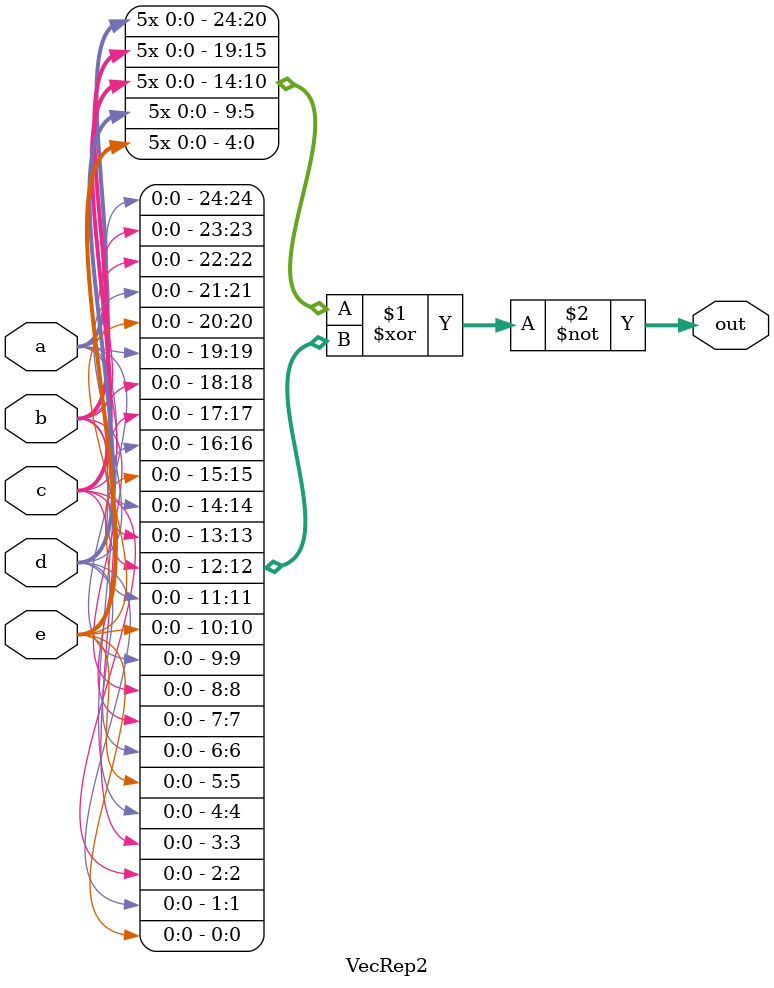
<source format=v>
module VecRep2 (
    input a, b, c, d, e,
    output [24:0] out
);
    // The output is XNOR of two vectors created by 
    // concatenating and replicating the five inputs.
    // assign out = ~{ ... } ^ { ... };

    assign out = ~{{{5{a}},{5{b}},{5{c}},{5{d}},{5{e}}} ^ {5{a,b,c,d,e}}};

endmodule
</source>
